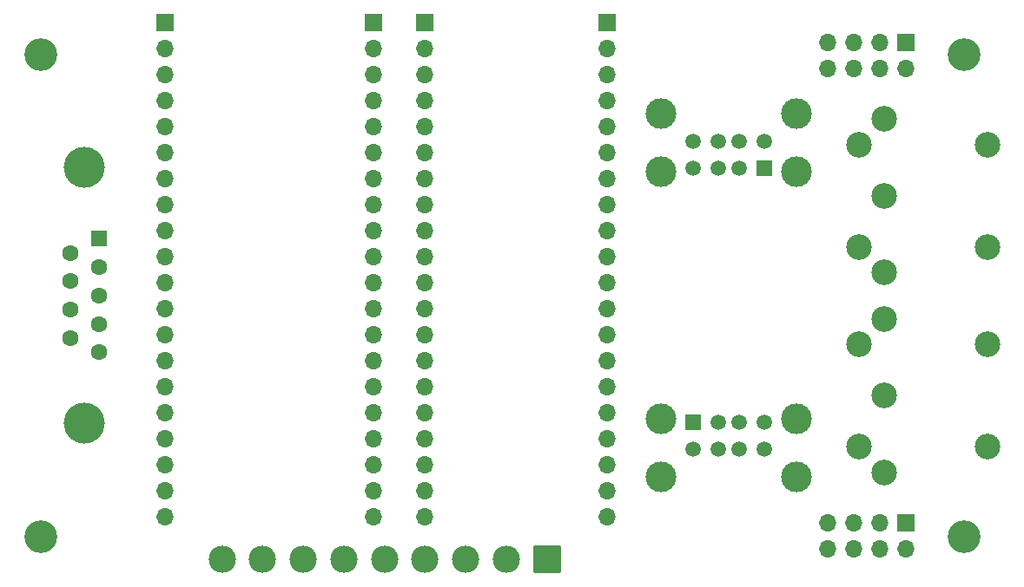
<source format=gbs>
G04 #@! TF.GenerationSoftware,KiCad,Pcbnew,8.0.4+dfsg-1*
G04 #@! TF.CreationDate,2025-02-26T12:03:38+01:00*
G04 #@! TF.ProjectId,MiSTeryShield20kRPiPico,4d695354-6572-4795-9368-69656c643230,V2*
G04 #@! TF.SameCoordinates,Original*
G04 #@! TF.FileFunction,Soldermask,Bot*
G04 #@! TF.FilePolarity,Negative*
%FSLAX46Y46*%
G04 Gerber Fmt 4.6, Leading zero omitted, Abs format (unit mm)*
G04 Created by KiCad (PCBNEW 8.0.4+dfsg-1) date 2025-02-26 12:03:38*
%MOMM*%
%LPD*%
G01*
G04 APERTURE LIST*
G04 Aperture macros list*
%AMRoundRect*
0 Rectangle with rounded corners*
0 $1 Rounding radius*
0 $2 $3 $4 $5 $6 $7 $8 $9 X,Y pos of 4 corners*
0 Add a 4 corners polygon primitive as box body*
4,1,4,$2,$3,$4,$5,$6,$7,$8,$9,$2,$3,0*
0 Add four circle primitives for the rounded corners*
1,1,$1+$1,$2,$3*
1,1,$1+$1,$4,$5*
1,1,$1+$1,$6,$7*
1,1,$1+$1,$8,$9*
0 Add four rect primitives between the rounded corners*
20,1,$1+$1,$2,$3,$4,$5,0*
20,1,$1+$1,$4,$5,$6,$7,0*
20,1,$1+$1,$6,$7,$8,$9,0*
20,1,$1+$1,$8,$9,$2,$3,0*%
G04 Aperture macros list end*
%ADD10RoundRect,0.063500X-1.270000X-1.270000X1.270000X-1.270000X1.270000X1.270000X-1.270000X1.270000X0*%
%ADD11C,2.667000*%
%ADD12R,1.700000X1.700000*%
%ADD13O,1.700000X1.700000*%
%ADD14C,3.200000*%
%ADD15C,4.000000*%
%ADD16R,1.600000X1.600000*%
%ADD17C,1.600000*%
%ADD18C,2.500000*%
%ADD19R,1.500000X1.500000*%
%ADD20C,1.500000*%
%ADD21C,3.000000*%
G04 APERTURE END LIST*
D10*
G04 #@! TO.C,J2*
X126232000Y-92850000D03*
D11*
X122272000Y-92850000D03*
X118312000Y-92850000D03*
X114352000Y-92850000D03*
X110392000Y-92850000D03*
X106432000Y-92850000D03*
X102472000Y-92850000D03*
X98512000Y-92850000D03*
X94552000Y-92850000D03*
G04 #@! TD*
D12*
G04 #@! TO.C,J9*
X132122000Y-40390000D03*
D13*
X132122000Y-42930000D03*
X132122000Y-45470000D03*
X132122000Y-48010000D03*
X132122000Y-50550000D03*
X132122000Y-53090000D03*
X132122000Y-55630000D03*
X132122000Y-58170000D03*
X132122000Y-60710000D03*
X132122000Y-63250000D03*
X132122000Y-65790000D03*
X132122000Y-68330000D03*
X132122000Y-70870000D03*
X132122000Y-73410000D03*
X132122000Y-75950000D03*
X132122000Y-78490000D03*
X132122000Y-81030000D03*
X132122000Y-83570000D03*
X132122000Y-86110000D03*
X132122000Y-88650000D03*
G04 #@! TD*
D12*
G04 #@! TO.C,J10*
X161232000Y-42400000D03*
D13*
X161232000Y-44940000D03*
X158692000Y-42400000D03*
X158692000Y-44940000D03*
X156152000Y-42400000D03*
X156152000Y-44940000D03*
X153612000Y-42400000D03*
X153612000Y-44940000D03*
G04 #@! TD*
D14*
G04 #@! TO.C,H3*
X166892000Y-90600000D03*
G04 #@! TD*
D15*
G04 #@! TO.C,J1*
X81152331Y-54590000D03*
X81152331Y-79590000D03*
D16*
X82572331Y-61550000D03*
D17*
X82572331Y-64320000D03*
X82572331Y-67090000D03*
X82572331Y-69860000D03*
X82572331Y-72630000D03*
X79732331Y-62935000D03*
X79732331Y-65705000D03*
X79732331Y-68475000D03*
X79732331Y-71245000D03*
G04 #@! TD*
D12*
G04 #@! TO.C,J3*
X161212000Y-89250000D03*
D13*
X161212000Y-91790000D03*
X158672000Y-89250000D03*
X158672000Y-91790000D03*
X156132000Y-89250000D03*
X156132000Y-91790000D03*
X153592000Y-89250000D03*
X153592000Y-91790000D03*
G04 #@! TD*
D14*
G04 #@! TO.C,H2*
X166892000Y-43600000D03*
G04 #@! TD*
D12*
G04 #@! TO.C,J4*
X89022000Y-40390000D03*
D13*
X89022000Y-42930000D03*
X89022000Y-45470000D03*
X89022000Y-48010000D03*
X89022000Y-50550000D03*
X89022000Y-53090000D03*
X89022000Y-55630000D03*
X89022000Y-58170000D03*
X89022000Y-60710000D03*
X89022000Y-63250000D03*
X89022000Y-65790000D03*
X89022000Y-68330000D03*
X89022000Y-70870000D03*
X89022000Y-73410000D03*
X89022000Y-75950000D03*
X89022000Y-78490000D03*
X89022000Y-81030000D03*
X89022000Y-83570000D03*
X89022000Y-86110000D03*
X89022000Y-88650000D03*
G04 #@! TD*
D18*
G04 #@! TO.C,J5*
X159142000Y-69350000D03*
X159142000Y-76850000D03*
X159142000Y-84350000D03*
X156642000Y-71850000D03*
X156642000Y-81850000D03*
X169142000Y-81850000D03*
X169142000Y-71850000D03*
G04 #@! TD*
D12*
G04 #@! TO.C,J8*
X114341000Y-40400000D03*
D13*
X114341000Y-42940000D03*
X114341000Y-45480000D03*
X114341000Y-48020000D03*
X114341000Y-50560000D03*
X114341000Y-53100000D03*
X114341000Y-55640000D03*
X114341000Y-58180000D03*
X114341000Y-60720000D03*
X114341000Y-63260000D03*
X114341000Y-65800000D03*
X114341000Y-68340000D03*
X114341000Y-70880000D03*
X114341000Y-73420000D03*
X114341000Y-75960000D03*
X114341000Y-78500000D03*
X114341000Y-81040000D03*
X114341000Y-83580000D03*
X114341000Y-86120000D03*
X114341000Y-88660000D03*
G04 #@! TD*
D12*
G04 #@! TO.C,J7*
X109342000Y-40390000D03*
D13*
X109342000Y-42930000D03*
X109342000Y-45470000D03*
X109342000Y-48010000D03*
X109342000Y-50550000D03*
X109342000Y-53090000D03*
X109342000Y-55630000D03*
X109342000Y-58170000D03*
X109342000Y-60710000D03*
X109342000Y-63250000D03*
X109342000Y-65790000D03*
X109342000Y-68330000D03*
X109342000Y-70870000D03*
X109342000Y-73410000D03*
X109342000Y-75950000D03*
X109342000Y-78490000D03*
X109342000Y-81030000D03*
X109342000Y-83570000D03*
X109342000Y-86110000D03*
X109342000Y-88650000D03*
G04 #@! TD*
D18*
G04 #@! TO.C,J6*
X159142000Y-49850000D03*
X159142000Y-57350000D03*
X159142000Y-64850000D03*
X156642000Y-52350000D03*
X156642000Y-62350000D03*
X169142000Y-62350000D03*
X169142000Y-52350000D03*
G04 #@! TD*
D19*
G04 #@! TO.C,J12*
X147442000Y-54680000D03*
D20*
X144942000Y-54680000D03*
X142942000Y-54680000D03*
X140442000Y-54680000D03*
X147442000Y-52060000D03*
X144942000Y-52060000D03*
X142942000Y-52060000D03*
X140442000Y-52060000D03*
D21*
X150512000Y-55030000D03*
X150512000Y-49350000D03*
X137372000Y-55030000D03*
X137372000Y-49350000D03*
G04 #@! TD*
D14*
G04 #@! TO.C,H1*
X76892000Y-43600000D03*
G04 #@! TD*
G04 #@! TO.C,H4*
X76892000Y-90600000D03*
G04 #@! TD*
D19*
G04 #@! TO.C,J11*
X140442000Y-79470000D03*
D20*
X142942000Y-79470000D03*
X144942000Y-79470000D03*
X147442000Y-79470000D03*
X140442000Y-82090000D03*
X142942000Y-82090000D03*
X144942000Y-82090000D03*
X147442000Y-82090000D03*
D21*
X137372000Y-79120000D03*
X137372000Y-84800000D03*
X150512000Y-79120000D03*
X150512000Y-84800000D03*
G04 #@! TD*
M02*

</source>
